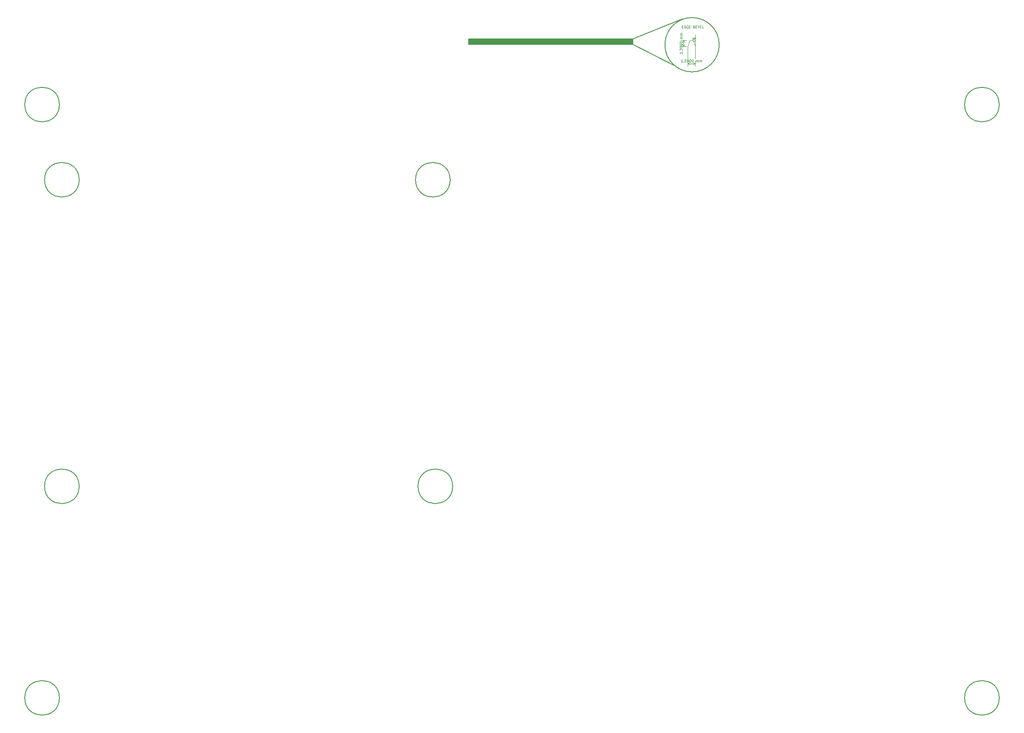
<source format=gbr>
%TF.GenerationSoftware,KiCad,Pcbnew,7.0.8-7.0.8~ubuntu22.04.1*%
%TF.CreationDate,2024-12-17T15:10:34+01:00*%
%TF.ProjectId,Bread70,42726561-6437-4302-9e6b-696361645f70,rev?*%
%TF.SameCoordinates,Original*%
%TF.FileFunction,Other,Comment*%
%FSLAX46Y46*%
G04 Gerber Fmt 4.6, Leading zero omitted, Abs format (unit mm)*
G04 Created by KiCad (PCBNEW 7.0.8-7.0.8~ubuntu22.04.1) date 2024-12-17 15:10:34*
%MOMM*%
%LPD*%
G01*
G04 APERTURE LIST*
%ADD10C,0.020000*%
%ADD11C,0.030000*%
%ADD12C,0.150000*%
%ADD13C,0.050000*%
%ADD14C,0.000000*%
%ADD15C,0.100000*%
G04 APERTURE END LIST*
D10*
X175500000Y-18250000D02*
X175500000Y-20750000D01*
D11*
X177050000Y-17130792D02*
X176971000Y-17181000D01*
D10*
X177050000Y-18250000D02*
X176578000Y-16950000D01*
D12*
X131200000Y-16750000D02*
X164450000Y-16750000D01*
X164450000Y-17800000D01*
X131200000Y-17800000D01*
X131200000Y-16750000D01*
G36*
X131200000Y-16750000D02*
G01*
X164450000Y-16750000D01*
X164450000Y-17800000D01*
X131200000Y-17800000D01*
X131200000Y-16750000D01*
G37*
D11*
X176668000Y-17198001D02*
X176766000Y-17212000D01*
D10*
X177050000Y-18250000D02*
X177050000Y-20750000D01*
D12*
X164450000Y-16750000D02*
X174500000Y-12700000D01*
X164450000Y-17800000D02*
X173050000Y-22250000D01*
D11*
X176668000Y-17198001D02*
X176746000Y-17122000D01*
X177050000Y-17130793D02*
G75*
G03*
X176668000Y-17198002I0J-1119207D01*
G01*
X177050000Y-17130792D02*
X176963000Y-17094000D01*
D12*
X181896590Y-17900000D02*
G75*
G03*
X181896590Y-17900000I-5496590J0D01*
G01*
D10*
X175972000Y-16950000D02*
X176578000Y-16950000D01*
X177050000Y-18250000D02*
X177050000Y-15900000D01*
X175500000Y-18250000D02*
X175972000Y-16950000D01*
D13*
X174351941Y-14274304D02*
X174518608Y-14274304D01*
X174590036Y-14536209D02*
X174351941Y-14536209D01*
X174351941Y-14536209D02*
X174351941Y-14036209D01*
X174351941Y-14036209D02*
X174590036Y-14036209D01*
X174804322Y-14536209D02*
X174804322Y-14036209D01*
X174804322Y-14036209D02*
X174923370Y-14036209D01*
X174923370Y-14036209D02*
X174994798Y-14060019D01*
X174994798Y-14060019D02*
X175042417Y-14107638D01*
X175042417Y-14107638D02*
X175066227Y-14155257D01*
X175066227Y-14155257D02*
X175090036Y-14250495D01*
X175090036Y-14250495D02*
X175090036Y-14321923D01*
X175090036Y-14321923D02*
X175066227Y-14417161D01*
X175066227Y-14417161D02*
X175042417Y-14464780D01*
X175042417Y-14464780D02*
X174994798Y-14512400D01*
X174994798Y-14512400D02*
X174923370Y-14536209D01*
X174923370Y-14536209D02*
X174804322Y-14536209D01*
X175566227Y-14060019D02*
X175518608Y-14036209D01*
X175518608Y-14036209D02*
X175447179Y-14036209D01*
X175447179Y-14036209D02*
X175375751Y-14060019D01*
X175375751Y-14060019D02*
X175328132Y-14107638D01*
X175328132Y-14107638D02*
X175304322Y-14155257D01*
X175304322Y-14155257D02*
X175280513Y-14250495D01*
X175280513Y-14250495D02*
X175280513Y-14321923D01*
X175280513Y-14321923D02*
X175304322Y-14417161D01*
X175304322Y-14417161D02*
X175328132Y-14464780D01*
X175328132Y-14464780D02*
X175375751Y-14512400D01*
X175375751Y-14512400D02*
X175447179Y-14536209D01*
X175447179Y-14536209D02*
X175494798Y-14536209D01*
X175494798Y-14536209D02*
X175566227Y-14512400D01*
X175566227Y-14512400D02*
X175590036Y-14488590D01*
X175590036Y-14488590D02*
X175590036Y-14321923D01*
X175590036Y-14321923D02*
X175494798Y-14321923D01*
X175804322Y-14274304D02*
X175970989Y-14274304D01*
X176042417Y-14536209D02*
X175804322Y-14536209D01*
X175804322Y-14536209D02*
X175804322Y-14036209D01*
X175804322Y-14036209D02*
X176042417Y-14036209D01*
X176804322Y-14274304D02*
X176875750Y-14298114D01*
X176875750Y-14298114D02*
X176899560Y-14321923D01*
X176899560Y-14321923D02*
X176923369Y-14369542D01*
X176923369Y-14369542D02*
X176923369Y-14440971D01*
X176923369Y-14440971D02*
X176899560Y-14488590D01*
X176899560Y-14488590D02*
X176875750Y-14512400D01*
X176875750Y-14512400D02*
X176828131Y-14536209D01*
X176828131Y-14536209D02*
X176637655Y-14536209D01*
X176637655Y-14536209D02*
X176637655Y-14036209D01*
X176637655Y-14036209D02*
X176804322Y-14036209D01*
X176804322Y-14036209D02*
X176851941Y-14060019D01*
X176851941Y-14060019D02*
X176875750Y-14083828D01*
X176875750Y-14083828D02*
X176899560Y-14131447D01*
X176899560Y-14131447D02*
X176899560Y-14179066D01*
X176899560Y-14179066D02*
X176875750Y-14226685D01*
X176875750Y-14226685D02*
X176851941Y-14250495D01*
X176851941Y-14250495D02*
X176804322Y-14274304D01*
X176804322Y-14274304D02*
X176637655Y-14274304D01*
X177137655Y-14274304D02*
X177304322Y-14274304D01*
X177375750Y-14536209D02*
X177137655Y-14536209D01*
X177137655Y-14536209D02*
X177137655Y-14036209D01*
X177137655Y-14036209D02*
X177375750Y-14036209D01*
X177518608Y-14036209D02*
X177685274Y-14536209D01*
X177685274Y-14536209D02*
X177851941Y-14036209D01*
X178018607Y-14274304D02*
X178185274Y-14274304D01*
X178256702Y-14536209D02*
X178018607Y-14536209D01*
X178018607Y-14536209D02*
X178018607Y-14036209D01*
X178018607Y-14036209D02*
X178256702Y-14036209D01*
X178709083Y-14536209D02*
X178470988Y-14536209D01*
X178470988Y-14536209D02*
X178470988Y-14036209D01*
X176491036Y-16527257D02*
X176505322Y-16512971D01*
X176505322Y-16512971D02*
X176533894Y-16498685D01*
X176533894Y-16498685D02*
X176605322Y-16498685D01*
X176605322Y-16498685D02*
X176633894Y-16512971D01*
X176633894Y-16512971D02*
X176648179Y-16527257D01*
X176648179Y-16527257D02*
X176662465Y-16555828D01*
X176662465Y-16555828D02*
X176662465Y-16584400D01*
X176662465Y-16584400D02*
X176648179Y-16627257D01*
X176648179Y-16627257D02*
X176476751Y-16798685D01*
X176476751Y-16798685D02*
X176662465Y-16798685D01*
X176848179Y-16498685D02*
X176876750Y-16498685D01*
X176876750Y-16498685D02*
X176905322Y-16512971D01*
X176905322Y-16512971D02*
X176919608Y-16527257D01*
X176919608Y-16527257D02*
X176933893Y-16555828D01*
X176933893Y-16555828D02*
X176948179Y-16612971D01*
X176948179Y-16612971D02*
X176948179Y-16684400D01*
X176948179Y-16684400D02*
X176933893Y-16741542D01*
X176933893Y-16741542D02*
X176919608Y-16770114D01*
X176919608Y-16770114D02*
X176905322Y-16784400D01*
X176905322Y-16784400D02*
X176876750Y-16798685D01*
X176876750Y-16798685D02*
X176848179Y-16798685D01*
X176848179Y-16798685D02*
X176819608Y-16784400D01*
X176819608Y-16784400D02*
X176805322Y-16770114D01*
X176805322Y-16770114D02*
X176791036Y-16741542D01*
X176791036Y-16741542D02*
X176776750Y-16684400D01*
X176776750Y-16684400D02*
X176776750Y-16612971D01*
X176776750Y-16612971D02*
X176791036Y-16555828D01*
X176791036Y-16555828D02*
X176805322Y-16527257D01*
X176805322Y-16527257D02*
X176819608Y-16512971D01*
X176819608Y-16512971D02*
X176848179Y-16498685D01*
X177119607Y-16498685D02*
X177091036Y-16512971D01*
X177091036Y-16512971D02*
X177076750Y-16541542D01*
X177076750Y-16541542D02*
X177091036Y-16570114D01*
X177091036Y-16570114D02*
X177119607Y-16584400D01*
X177119607Y-16584400D02*
X177148179Y-16570114D01*
X177148179Y-16570114D02*
X177162464Y-16541542D01*
X177162464Y-16541542D02*
X177148179Y-16512971D01*
X177148179Y-16512971D02*
X177119607Y-16498685D01*
X174378709Y-19385712D02*
X174378709Y-19671426D01*
X174378709Y-19528569D02*
X173878709Y-19528569D01*
X173878709Y-19528569D02*
X173950138Y-19576188D01*
X173950138Y-19576188D02*
X173997757Y-19623807D01*
X173997757Y-19623807D02*
X174021566Y-19671426D01*
X174354900Y-19147617D02*
X174378709Y-19147617D01*
X174378709Y-19147617D02*
X174426328Y-19171427D01*
X174426328Y-19171427D02*
X174450138Y-19195236D01*
X173878709Y-18980951D02*
X173878709Y-18671427D01*
X173878709Y-18671427D02*
X174069185Y-18838094D01*
X174069185Y-18838094D02*
X174069185Y-18766665D01*
X174069185Y-18766665D02*
X174092995Y-18719046D01*
X174092995Y-18719046D02*
X174116804Y-18695237D01*
X174116804Y-18695237D02*
X174164423Y-18671427D01*
X174164423Y-18671427D02*
X174283471Y-18671427D01*
X174283471Y-18671427D02*
X174331090Y-18695237D01*
X174331090Y-18695237D02*
X174354900Y-18719046D01*
X174354900Y-18719046D02*
X174378709Y-18766665D01*
X174378709Y-18766665D02*
X174378709Y-18909522D01*
X174378709Y-18909522D02*
X174354900Y-18957141D01*
X174354900Y-18957141D02*
X174331090Y-18980951D01*
X173878709Y-18361904D02*
X173878709Y-18314285D01*
X173878709Y-18314285D02*
X173902519Y-18266666D01*
X173902519Y-18266666D02*
X173926328Y-18242856D01*
X173926328Y-18242856D02*
X173973947Y-18219047D01*
X173973947Y-18219047D02*
X174069185Y-18195237D01*
X174069185Y-18195237D02*
X174188233Y-18195237D01*
X174188233Y-18195237D02*
X174283471Y-18219047D01*
X174283471Y-18219047D02*
X174331090Y-18242856D01*
X174331090Y-18242856D02*
X174354900Y-18266666D01*
X174354900Y-18266666D02*
X174378709Y-18314285D01*
X174378709Y-18314285D02*
X174378709Y-18361904D01*
X174378709Y-18361904D02*
X174354900Y-18409523D01*
X174354900Y-18409523D02*
X174331090Y-18433332D01*
X174331090Y-18433332D02*
X174283471Y-18457142D01*
X174283471Y-18457142D02*
X174188233Y-18480951D01*
X174188233Y-18480951D02*
X174069185Y-18480951D01*
X174069185Y-18480951D02*
X173973947Y-18457142D01*
X173973947Y-18457142D02*
X173926328Y-18433332D01*
X173926328Y-18433332D02*
X173902519Y-18409523D01*
X173902519Y-18409523D02*
X173878709Y-18361904D01*
X173878709Y-17885714D02*
X173878709Y-17838095D01*
X173878709Y-17838095D02*
X173902519Y-17790476D01*
X173902519Y-17790476D02*
X173926328Y-17766666D01*
X173926328Y-17766666D02*
X173973947Y-17742857D01*
X173973947Y-17742857D02*
X174069185Y-17719047D01*
X174069185Y-17719047D02*
X174188233Y-17719047D01*
X174188233Y-17719047D02*
X174283471Y-17742857D01*
X174283471Y-17742857D02*
X174331090Y-17766666D01*
X174331090Y-17766666D02*
X174354900Y-17790476D01*
X174354900Y-17790476D02*
X174378709Y-17838095D01*
X174378709Y-17838095D02*
X174378709Y-17885714D01*
X174378709Y-17885714D02*
X174354900Y-17933333D01*
X174354900Y-17933333D02*
X174331090Y-17957142D01*
X174331090Y-17957142D02*
X174283471Y-17980952D01*
X174283471Y-17980952D02*
X174188233Y-18004761D01*
X174188233Y-18004761D02*
X174069185Y-18004761D01*
X174069185Y-18004761D02*
X173973947Y-17980952D01*
X173973947Y-17980952D02*
X173926328Y-17957142D01*
X173926328Y-17957142D02*
X173902519Y-17933333D01*
X173902519Y-17933333D02*
X173878709Y-17885714D01*
X173878709Y-17409524D02*
X173878709Y-17361905D01*
X173878709Y-17361905D02*
X173902519Y-17314286D01*
X173902519Y-17314286D02*
X173926328Y-17290476D01*
X173926328Y-17290476D02*
X173973947Y-17266667D01*
X173973947Y-17266667D02*
X174069185Y-17242857D01*
X174069185Y-17242857D02*
X174188233Y-17242857D01*
X174188233Y-17242857D02*
X174283471Y-17266667D01*
X174283471Y-17266667D02*
X174331090Y-17290476D01*
X174331090Y-17290476D02*
X174354900Y-17314286D01*
X174354900Y-17314286D02*
X174378709Y-17361905D01*
X174378709Y-17361905D02*
X174378709Y-17409524D01*
X174378709Y-17409524D02*
X174354900Y-17457143D01*
X174354900Y-17457143D02*
X174331090Y-17480952D01*
X174331090Y-17480952D02*
X174283471Y-17504762D01*
X174283471Y-17504762D02*
X174188233Y-17528571D01*
X174188233Y-17528571D02*
X174069185Y-17528571D01*
X174069185Y-17528571D02*
X173973947Y-17504762D01*
X173973947Y-17504762D02*
X173926328Y-17480952D01*
X173926328Y-17480952D02*
X173902519Y-17457143D01*
X173902519Y-17457143D02*
X173878709Y-17409524D01*
X174378709Y-16647620D02*
X174045376Y-16647620D01*
X174092995Y-16647620D02*
X174069185Y-16623810D01*
X174069185Y-16623810D02*
X174045376Y-16576191D01*
X174045376Y-16576191D02*
X174045376Y-16504763D01*
X174045376Y-16504763D02*
X174069185Y-16457144D01*
X174069185Y-16457144D02*
X174116804Y-16433334D01*
X174116804Y-16433334D02*
X174378709Y-16433334D01*
X174116804Y-16433334D02*
X174069185Y-16409525D01*
X174069185Y-16409525D02*
X174045376Y-16361906D01*
X174045376Y-16361906D02*
X174045376Y-16290477D01*
X174045376Y-16290477D02*
X174069185Y-16242858D01*
X174069185Y-16242858D02*
X174116804Y-16219048D01*
X174116804Y-16219048D02*
X174378709Y-16219048D01*
X174378709Y-15980953D02*
X174045376Y-15980953D01*
X174092995Y-15980953D02*
X174069185Y-15957143D01*
X174069185Y-15957143D02*
X174045376Y-15909524D01*
X174045376Y-15909524D02*
X174045376Y-15838096D01*
X174045376Y-15838096D02*
X174069185Y-15790477D01*
X174069185Y-15790477D02*
X174116804Y-15766667D01*
X174116804Y-15766667D02*
X174378709Y-15766667D01*
X174116804Y-15766667D02*
X174069185Y-15742858D01*
X174069185Y-15742858D02*
X174045376Y-15695239D01*
X174045376Y-15695239D02*
X174045376Y-15623810D01*
X174045376Y-15623810D02*
X174069185Y-15576191D01*
X174069185Y-15576191D02*
X174116804Y-15552381D01*
X174116804Y-15552381D02*
X174378709Y-15552381D01*
X175300000Y-16950000D02*
X174113580Y-16950000D01*
X175300000Y-18250000D02*
X174113580Y-18250000D01*
X174700000Y-16950000D02*
X174700000Y-18250000D01*
X174700000Y-16950000D02*
X174700000Y-18250000D01*
X174700000Y-16950000D02*
X174930874Y-17393505D01*
X174700000Y-16950000D02*
X174469126Y-17393505D01*
X174700000Y-18250000D02*
X174469126Y-17806495D01*
X174700000Y-18250000D02*
X174930874Y-17806495D01*
X174489286Y-21378709D02*
X174203572Y-21378709D01*
X174346429Y-21378709D02*
X174346429Y-20878709D01*
X174346429Y-20878709D02*
X174298810Y-20950138D01*
X174298810Y-20950138D02*
X174251191Y-20997757D01*
X174251191Y-20997757D02*
X174203572Y-21021566D01*
X174727381Y-21354900D02*
X174727381Y-21378709D01*
X174727381Y-21378709D02*
X174703571Y-21426328D01*
X174703571Y-21426328D02*
X174679762Y-21450138D01*
X175179761Y-20878709D02*
X174941666Y-20878709D01*
X174941666Y-20878709D02*
X174917857Y-21116804D01*
X174917857Y-21116804D02*
X174941666Y-21092995D01*
X174941666Y-21092995D02*
X174989285Y-21069185D01*
X174989285Y-21069185D02*
X175108333Y-21069185D01*
X175108333Y-21069185D02*
X175155952Y-21092995D01*
X175155952Y-21092995D02*
X175179761Y-21116804D01*
X175179761Y-21116804D02*
X175203571Y-21164423D01*
X175203571Y-21164423D02*
X175203571Y-21283471D01*
X175203571Y-21283471D02*
X175179761Y-21331090D01*
X175179761Y-21331090D02*
X175155952Y-21354900D01*
X175155952Y-21354900D02*
X175108333Y-21378709D01*
X175108333Y-21378709D02*
X174989285Y-21378709D01*
X174989285Y-21378709D02*
X174941666Y-21354900D01*
X174941666Y-21354900D02*
X174917857Y-21331090D01*
X175655951Y-20878709D02*
X175417856Y-20878709D01*
X175417856Y-20878709D02*
X175394047Y-21116804D01*
X175394047Y-21116804D02*
X175417856Y-21092995D01*
X175417856Y-21092995D02*
X175465475Y-21069185D01*
X175465475Y-21069185D02*
X175584523Y-21069185D01*
X175584523Y-21069185D02*
X175632142Y-21092995D01*
X175632142Y-21092995D02*
X175655951Y-21116804D01*
X175655951Y-21116804D02*
X175679761Y-21164423D01*
X175679761Y-21164423D02*
X175679761Y-21283471D01*
X175679761Y-21283471D02*
X175655951Y-21331090D01*
X175655951Y-21331090D02*
X175632142Y-21354900D01*
X175632142Y-21354900D02*
X175584523Y-21378709D01*
X175584523Y-21378709D02*
X175465475Y-21378709D01*
X175465475Y-21378709D02*
X175417856Y-21354900D01*
X175417856Y-21354900D02*
X175394047Y-21331090D01*
X175989284Y-20878709D02*
X176036903Y-20878709D01*
X176036903Y-20878709D02*
X176084522Y-20902519D01*
X176084522Y-20902519D02*
X176108332Y-20926328D01*
X176108332Y-20926328D02*
X176132141Y-20973947D01*
X176132141Y-20973947D02*
X176155951Y-21069185D01*
X176155951Y-21069185D02*
X176155951Y-21188233D01*
X176155951Y-21188233D02*
X176132141Y-21283471D01*
X176132141Y-21283471D02*
X176108332Y-21331090D01*
X176108332Y-21331090D02*
X176084522Y-21354900D01*
X176084522Y-21354900D02*
X176036903Y-21378709D01*
X176036903Y-21378709D02*
X175989284Y-21378709D01*
X175989284Y-21378709D02*
X175941665Y-21354900D01*
X175941665Y-21354900D02*
X175917856Y-21331090D01*
X175917856Y-21331090D02*
X175894046Y-21283471D01*
X175894046Y-21283471D02*
X175870237Y-21188233D01*
X175870237Y-21188233D02*
X175870237Y-21069185D01*
X175870237Y-21069185D02*
X175894046Y-20973947D01*
X175894046Y-20973947D02*
X175917856Y-20926328D01*
X175917856Y-20926328D02*
X175941665Y-20902519D01*
X175941665Y-20902519D02*
X175989284Y-20878709D01*
X176465474Y-20878709D02*
X176513093Y-20878709D01*
X176513093Y-20878709D02*
X176560712Y-20902519D01*
X176560712Y-20902519D02*
X176584522Y-20926328D01*
X176584522Y-20926328D02*
X176608331Y-20973947D01*
X176608331Y-20973947D02*
X176632141Y-21069185D01*
X176632141Y-21069185D02*
X176632141Y-21188233D01*
X176632141Y-21188233D02*
X176608331Y-21283471D01*
X176608331Y-21283471D02*
X176584522Y-21331090D01*
X176584522Y-21331090D02*
X176560712Y-21354900D01*
X176560712Y-21354900D02*
X176513093Y-21378709D01*
X176513093Y-21378709D02*
X176465474Y-21378709D01*
X176465474Y-21378709D02*
X176417855Y-21354900D01*
X176417855Y-21354900D02*
X176394046Y-21331090D01*
X176394046Y-21331090D02*
X176370236Y-21283471D01*
X176370236Y-21283471D02*
X176346427Y-21188233D01*
X176346427Y-21188233D02*
X176346427Y-21069185D01*
X176346427Y-21069185D02*
X176370236Y-20973947D01*
X176370236Y-20973947D02*
X176394046Y-20926328D01*
X176394046Y-20926328D02*
X176417855Y-20902519D01*
X176417855Y-20902519D02*
X176465474Y-20878709D01*
X177227378Y-21378709D02*
X177227378Y-21045376D01*
X177227378Y-21092995D02*
X177251188Y-21069185D01*
X177251188Y-21069185D02*
X177298807Y-21045376D01*
X177298807Y-21045376D02*
X177370235Y-21045376D01*
X177370235Y-21045376D02*
X177417854Y-21069185D01*
X177417854Y-21069185D02*
X177441664Y-21116804D01*
X177441664Y-21116804D02*
X177441664Y-21378709D01*
X177441664Y-21116804D02*
X177465473Y-21069185D01*
X177465473Y-21069185D02*
X177513092Y-21045376D01*
X177513092Y-21045376D02*
X177584521Y-21045376D01*
X177584521Y-21045376D02*
X177632140Y-21069185D01*
X177632140Y-21069185D02*
X177655950Y-21116804D01*
X177655950Y-21116804D02*
X177655950Y-21378709D01*
X177894045Y-21378709D02*
X177894045Y-21045376D01*
X177894045Y-21092995D02*
X177917855Y-21069185D01*
X177917855Y-21069185D02*
X177965474Y-21045376D01*
X177965474Y-21045376D02*
X178036902Y-21045376D01*
X178036902Y-21045376D02*
X178084521Y-21069185D01*
X178084521Y-21069185D02*
X178108331Y-21116804D01*
X178108331Y-21116804D02*
X178108331Y-21378709D01*
X178108331Y-21116804D02*
X178132140Y-21069185D01*
X178132140Y-21069185D02*
X178179759Y-21045376D01*
X178179759Y-21045376D02*
X178251188Y-21045376D01*
X178251188Y-21045376D02*
X178298807Y-21069185D01*
X178298807Y-21069185D02*
X178322617Y-21116804D01*
X178322617Y-21116804D02*
X178322617Y-21378709D01*
D14*
X177050000Y-22200000D02*
X177050000Y-21113580D01*
X175499999Y-22200000D02*
X175499999Y-21113580D01*
X177050000Y-21700000D02*
X175499999Y-21700000D01*
X177050000Y-21700000D02*
X175499999Y-21700000D01*
X177050000Y-21700000D02*
X176606495Y-21930874D01*
X177050000Y-21700000D02*
X176606495Y-21469126D01*
X175499999Y-21700000D02*
X175943504Y-21469126D01*
X175499999Y-21700000D02*
X175943504Y-21930874D01*
D15*
X154835001Y-17476109D02*
X154835001Y-16976109D01*
X154835001Y-16976109D02*
X155025477Y-16976109D01*
X155025477Y-16976109D02*
X155073096Y-16999919D01*
X155073096Y-16999919D02*
X155096906Y-17023728D01*
X155096906Y-17023728D02*
X155120715Y-17071347D01*
X155120715Y-17071347D02*
X155120715Y-17142776D01*
X155120715Y-17142776D02*
X155096906Y-17190395D01*
X155096906Y-17190395D02*
X155073096Y-17214204D01*
X155073096Y-17214204D02*
X155025477Y-17238014D01*
X155025477Y-17238014D02*
X154835001Y-17238014D01*
X155620715Y-17428490D02*
X155596906Y-17452300D01*
X155596906Y-17452300D02*
X155525477Y-17476109D01*
X155525477Y-17476109D02*
X155477858Y-17476109D01*
X155477858Y-17476109D02*
X155406430Y-17452300D01*
X155406430Y-17452300D02*
X155358811Y-17404680D01*
X155358811Y-17404680D02*
X155335001Y-17357061D01*
X155335001Y-17357061D02*
X155311192Y-17261823D01*
X155311192Y-17261823D02*
X155311192Y-17190395D01*
X155311192Y-17190395D02*
X155335001Y-17095157D01*
X155335001Y-17095157D02*
X155358811Y-17047538D01*
X155358811Y-17047538D02*
X155406430Y-16999919D01*
X155406430Y-16999919D02*
X155477858Y-16976109D01*
X155477858Y-16976109D02*
X155525477Y-16976109D01*
X155525477Y-16976109D02*
X155596906Y-16999919D01*
X155596906Y-16999919D02*
X155620715Y-17023728D01*
X156001668Y-17214204D02*
X156073096Y-17238014D01*
X156073096Y-17238014D02*
X156096906Y-17261823D01*
X156096906Y-17261823D02*
X156120715Y-17309442D01*
X156120715Y-17309442D02*
X156120715Y-17380871D01*
X156120715Y-17380871D02*
X156096906Y-17428490D01*
X156096906Y-17428490D02*
X156073096Y-17452300D01*
X156073096Y-17452300D02*
X156025477Y-17476109D01*
X156025477Y-17476109D02*
X155835001Y-17476109D01*
X155835001Y-17476109D02*
X155835001Y-16976109D01*
X155835001Y-16976109D02*
X156001668Y-16976109D01*
X156001668Y-16976109D02*
X156049287Y-16999919D01*
X156049287Y-16999919D02*
X156073096Y-17023728D01*
X156073096Y-17023728D02*
X156096906Y-17071347D01*
X156096906Y-17071347D02*
X156096906Y-17118966D01*
X156096906Y-17118966D02*
X156073096Y-17166585D01*
X156073096Y-17166585D02*
X156049287Y-17190395D01*
X156049287Y-17190395D02*
X156001668Y-17214204D01*
X156001668Y-17214204D02*
X155835001Y-17214204D01*
X156644525Y-16976109D02*
X156930239Y-16976109D01*
X156787382Y-17476109D02*
X156787382Y-16976109D01*
X157096905Y-17476109D02*
X157096905Y-16976109D01*
X157311191Y-17476109D02*
X157311191Y-17214204D01*
X157311191Y-17214204D02*
X157287381Y-17166585D01*
X157287381Y-17166585D02*
X157239762Y-17142776D01*
X157239762Y-17142776D02*
X157168334Y-17142776D01*
X157168334Y-17142776D02*
X157120715Y-17166585D01*
X157120715Y-17166585D02*
X157096905Y-17190395D01*
X157549286Y-17476109D02*
X157549286Y-17142776D01*
X157549286Y-16976109D02*
X157525477Y-16999919D01*
X157525477Y-16999919D02*
X157549286Y-17023728D01*
X157549286Y-17023728D02*
X157573096Y-16999919D01*
X157573096Y-16999919D02*
X157549286Y-16976109D01*
X157549286Y-16976109D02*
X157549286Y-17023728D01*
X158001667Y-17452300D02*
X157954048Y-17476109D01*
X157954048Y-17476109D02*
X157858810Y-17476109D01*
X157858810Y-17476109D02*
X157811191Y-17452300D01*
X157811191Y-17452300D02*
X157787381Y-17428490D01*
X157787381Y-17428490D02*
X157763572Y-17380871D01*
X157763572Y-17380871D02*
X157763572Y-17238014D01*
X157763572Y-17238014D02*
X157787381Y-17190395D01*
X157787381Y-17190395D02*
X157811191Y-17166585D01*
X157811191Y-17166585D02*
X157858810Y-17142776D01*
X157858810Y-17142776D02*
X157954048Y-17142776D01*
X157954048Y-17142776D02*
X158001667Y-17166585D01*
X158215952Y-17476109D02*
X158215952Y-16976109D01*
X158263571Y-17285633D02*
X158406428Y-17476109D01*
X158406428Y-17142776D02*
X158215952Y-17333252D01*
X158620714Y-17142776D02*
X158620714Y-17476109D01*
X158620714Y-17190395D02*
X158644524Y-17166585D01*
X158644524Y-17166585D02*
X158692143Y-17142776D01*
X158692143Y-17142776D02*
X158763571Y-17142776D01*
X158763571Y-17142776D02*
X158811190Y-17166585D01*
X158811190Y-17166585D02*
X158835000Y-17214204D01*
X158835000Y-17214204D02*
X158835000Y-17476109D01*
X159263571Y-17452300D02*
X159215952Y-17476109D01*
X159215952Y-17476109D02*
X159120714Y-17476109D01*
X159120714Y-17476109D02*
X159073095Y-17452300D01*
X159073095Y-17452300D02*
X159049286Y-17404680D01*
X159049286Y-17404680D02*
X159049286Y-17214204D01*
X159049286Y-17214204D02*
X159073095Y-17166585D01*
X159073095Y-17166585D02*
X159120714Y-17142776D01*
X159120714Y-17142776D02*
X159215952Y-17142776D01*
X159215952Y-17142776D02*
X159263571Y-17166585D01*
X159263571Y-17166585D02*
X159287381Y-17214204D01*
X159287381Y-17214204D02*
X159287381Y-17261823D01*
X159287381Y-17261823D02*
X159049286Y-17309442D01*
X159477857Y-17452300D02*
X159525476Y-17476109D01*
X159525476Y-17476109D02*
X159620714Y-17476109D01*
X159620714Y-17476109D02*
X159668333Y-17452300D01*
X159668333Y-17452300D02*
X159692142Y-17404680D01*
X159692142Y-17404680D02*
X159692142Y-17380871D01*
X159692142Y-17380871D02*
X159668333Y-17333252D01*
X159668333Y-17333252D02*
X159620714Y-17309442D01*
X159620714Y-17309442D02*
X159549285Y-17309442D01*
X159549285Y-17309442D02*
X159501666Y-17285633D01*
X159501666Y-17285633D02*
X159477857Y-17238014D01*
X159477857Y-17238014D02*
X159477857Y-17214204D01*
X159477857Y-17214204D02*
X159501666Y-17166585D01*
X159501666Y-17166585D02*
X159549285Y-17142776D01*
X159549285Y-17142776D02*
X159620714Y-17142776D01*
X159620714Y-17142776D02*
X159668333Y-17166585D01*
X159882619Y-17452300D02*
X159930238Y-17476109D01*
X159930238Y-17476109D02*
X160025476Y-17476109D01*
X160025476Y-17476109D02*
X160073095Y-17452300D01*
X160073095Y-17452300D02*
X160096904Y-17404680D01*
X160096904Y-17404680D02*
X160096904Y-17380871D01*
X160096904Y-17380871D02*
X160073095Y-17333252D01*
X160073095Y-17333252D02*
X160025476Y-17309442D01*
X160025476Y-17309442D02*
X159954047Y-17309442D01*
X159954047Y-17309442D02*
X159906428Y-17285633D01*
X159906428Y-17285633D02*
X159882619Y-17238014D01*
X159882619Y-17238014D02*
X159882619Y-17214204D01*
X159882619Y-17214204D02*
X159906428Y-17166585D01*
X159906428Y-17166585D02*
X159954047Y-17142776D01*
X159954047Y-17142776D02*
X160025476Y-17142776D01*
X160025476Y-17142776D02*
X160073095Y-17166585D01*
X160954047Y-17476109D02*
X160668333Y-17476109D01*
X160811190Y-17476109D02*
X160811190Y-16976109D01*
X160811190Y-16976109D02*
X160763571Y-17047538D01*
X160763571Y-17047538D02*
X160715952Y-17095157D01*
X160715952Y-17095157D02*
X160668333Y-17118966D01*
X161168332Y-17428490D02*
X161192142Y-17452300D01*
X161192142Y-17452300D02*
X161168332Y-17476109D01*
X161168332Y-17476109D02*
X161144523Y-17452300D01*
X161144523Y-17452300D02*
X161168332Y-17428490D01*
X161168332Y-17428490D02*
X161168332Y-17476109D01*
X161644522Y-16976109D02*
X161406427Y-16976109D01*
X161406427Y-16976109D02*
X161382618Y-17214204D01*
X161382618Y-17214204D02*
X161406427Y-17190395D01*
X161406427Y-17190395D02*
X161454046Y-17166585D01*
X161454046Y-17166585D02*
X161573094Y-17166585D01*
X161573094Y-17166585D02*
X161620713Y-17190395D01*
X161620713Y-17190395D02*
X161644522Y-17214204D01*
X161644522Y-17214204D02*
X161668332Y-17261823D01*
X161668332Y-17261823D02*
X161668332Y-17380871D01*
X161668332Y-17380871D02*
X161644522Y-17428490D01*
X161644522Y-17428490D02*
X161620713Y-17452300D01*
X161620713Y-17452300D02*
X161573094Y-17476109D01*
X161573094Y-17476109D02*
X161454046Y-17476109D01*
X161454046Y-17476109D02*
X161406427Y-17452300D01*
X161406427Y-17452300D02*
X161382618Y-17428490D01*
X161834998Y-16976109D02*
X162168331Y-16976109D01*
X162168331Y-16976109D02*
X161954046Y-17476109D01*
X162739759Y-17476109D02*
X162739759Y-17142776D01*
X162739759Y-17190395D02*
X162763569Y-17166585D01*
X162763569Y-17166585D02*
X162811188Y-17142776D01*
X162811188Y-17142776D02*
X162882616Y-17142776D01*
X162882616Y-17142776D02*
X162930235Y-17166585D01*
X162930235Y-17166585D02*
X162954045Y-17214204D01*
X162954045Y-17214204D02*
X162954045Y-17476109D01*
X162954045Y-17214204D02*
X162977854Y-17166585D01*
X162977854Y-17166585D02*
X163025473Y-17142776D01*
X163025473Y-17142776D02*
X163096902Y-17142776D01*
X163096902Y-17142776D02*
X163144521Y-17166585D01*
X163144521Y-17166585D02*
X163168331Y-17214204D01*
X163168331Y-17214204D02*
X163168331Y-17476109D01*
X163406426Y-17476109D02*
X163406426Y-17142776D01*
X163406426Y-17190395D02*
X163430236Y-17166585D01*
X163430236Y-17166585D02*
X163477855Y-17142776D01*
X163477855Y-17142776D02*
X163549283Y-17142776D01*
X163549283Y-17142776D02*
X163596902Y-17166585D01*
X163596902Y-17166585D02*
X163620712Y-17214204D01*
X163620712Y-17214204D02*
X163620712Y-17476109D01*
X163620712Y-17214204D02*
X163644521Y-17166585D01*
X163644521Y-17166585D02*
X163692140Y-17142776D01*
X163692140Y-17142776D02*
X163763569Y-17142776D01*
X163763569Y-17142776D02*
X163811188Y-17166585D01*
X163811188Y-17166585D02*
X163834998Y-17214204D01*
X163834998Y-17214204D02*
X163834998Y-17476109D01*
D12*
%TO.C,H7*%
X238500000Y-30000000D02*
G75*
G03*
X238500000Y-30000000I-3500000J0D01*
G01*
%TO.C,H1*%
X52499999Y-45210001D02*
G75*
G03*
X52499999Y-45210001I-3500000J0D01*
G01*
%TO.C,H4*%
X127999999Y-107210001D02*
G75*
G03*
X127999999Y-107210001I-3500000J0D01*
G01*
%TO.C,H2*%
X127499999Y-45210001D02*
G75*
G03*
X127499999Y-45210001I-3500000J0D01*
G01*
%TO.C,H6*%
X48500000Y-150000000D02*
G75*
G03*
X48500000Y-150000000I-3500000J0D01*
G01*
%TO.C,H8*%
X238500000Y-150000000D02*
G75*
G03*
X238500000Y-150000000I-3500000J0D01*
G01*
%TO.C,H3*%
X52499999Y-107210001D02*
G75*
G03*
X52499999Y-107210001I-3500000J0D01*
G01*
%TO.C,H5*%
X48500000Y-30000000D02*
G75*
G03*
X48500000Y-30000000I-3500000J0D01*
G01*
%TD*%
M02*

</source>
